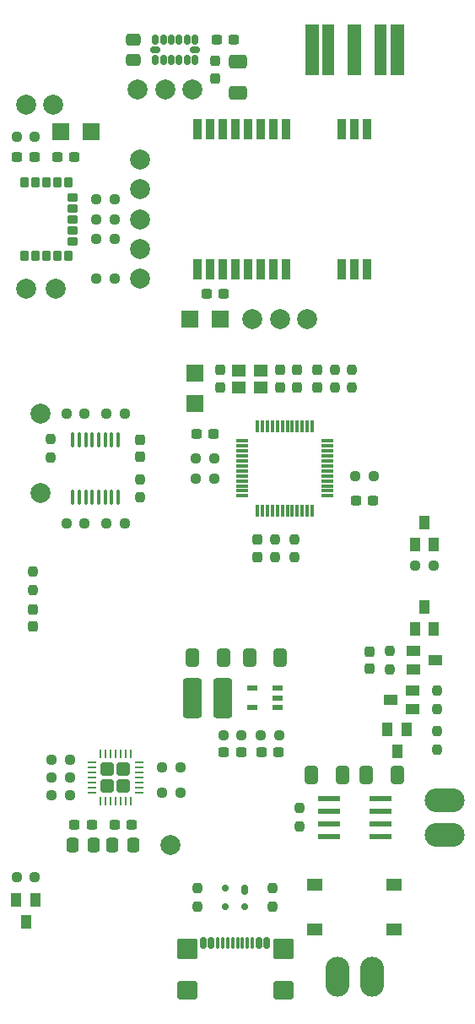
<source format=gbp>
%TF.GenerationSoftware,KiCad,Pcbnew,9.0.4*%
%TF.CreationDate,2026-01-17T12:19:53+01:00*%
%TF.ProjectId,Spoke,53706f6b-652e-46b6-9963-61645f706362,2.1*%
%TF.SameCoordinates,PX5f5e100PY5f5e100*%
%TF.FileFunction,Paste,Bot*%
%TF.FilePolarity,Positive*%
%FSLAX46Y46*%
G04 Gerber Fmt 4.6, Leading zero omitted, Abs format (unit mm)*
G04 Created by KiCad (PCBNEW 9.0.4) date 2026-01-17 12:19:53*
%MOMM*%
%LPD*%
G01*
G04 APERTURE LIST*
G04 Aperture macros list*
%AMRoundRect*
0 Rectangle with rounded corners*
0 $1 Rounding radius*
0 $2 $3 $4 $5 $6 $7 $8 $9 X,Y pos of 4 corners*
0 Add a 4 corners polygon primitive as box body*
4,1,4,$2,$3,$4,$5,$6,$7,$8,$9,$2,$3,0*
0 Add four circle primitives for the rounded corners*
1,1,$1+$1,$2,$3*
1,1,$1+$1,$4,$5*
1,1,$1+$1,$6,$7*
1,1,$1+$1,$8,$9*
0 Add four rect primitives between the rounded corners*
20,1,$1+$1,$2,$3,$4,$5,0*
20,1,$1+$1,$4,$5,$6,$7,0*
20,1,$1+$1,$6,$7,$8,$9,0*
20,1,$1+$1,$8,$9,$2,$3,0*%
G04 Aperture macros list end*
%ADD10R,1.400000X1.000000*%
%ADD11RoundRect,0.237500X0.300000X0.237500X-0.300000X0.237500X-0.300000X-0.237500X0.300000X-0.237500X0*%
%ADD12RoundRect,0.237500X-0.237500X0.300000X-0.237500X-0.300000X0.237500X-0.300000X0.237500X0.300000X0*%
%ADD13RoundRect,0.237500X0.250000X0.237500X-0.250000X0.237500X-0.250000X-0.237500X0.250000X-0.237500X0*%
%ADD14RoundRect,0.237500X0.237500X-0.250000X0.237500X0.250000X-0.237500X0.250000X-0.237500X-0.250000X0*%
%ADD15C,2.000000*%
%ADD16RoundRect,0.250000X-0.337500X-0.475000X0.337500X-0.475000X0.337500X0.475000X-0.337500X0.475000X0*%
%ADD17RoundRect,0.237500X-0.250000X-0.237500X0.250000X-0.237500X0.250000X0.237500X-0.250000X0.237500X0*%
%ADD18R,1.000000X1.400000*%
%ADD19RoundRect,0.250000X0.650000X-0.412500X0.650000X0.412500X-0.650000X0.412500X-0.650000X-0.412500X0*%
%ADD20RoundRect,0.237500X0.237500X-0.300000X0.237500X0.300000X-0.237500X0.300000X-0.237500X-0.300000X0*%
%ADD21RoundRect,0.237500X-0.237500X0.250000X-0.237500X-0.250000X0.237500X-0.250000X0.237500X0.250000X0*%
%ADD22R,0.900000X2.000000*%
%ADD23RoundRect,0.237500X-0.300000X-0.237500X0.300000X-0.237500X0.300000X0.237500X-0.300000X0.237500X0*%
%ADD24RoundRect,0.175000X0.175000X0.325000X-0.175000X0.325000X-0.175000X-0.325000X0.175000X-0.325000X0*%
%ADD25RoundRect,0.150000X0.200000X0.150000X-0.200000X0.150000X-0.200000X-0.150000X0.200000X-0.150000X0*%
%ADD26O,2.400000X4.000000*%
%ADD27RoundRect,0.250000X-0.412500X-0.650000X0.412500X-0.650000X0.412500X0.650000X-0.412500X0.650000X0*%
%ADD28R,1.800000X1.700000*%
%ADD29RoundRect,0.150000X0.150000X-0.325000X0.150000X0.325000X-0.150000X0.325000X-0.150000X-0.325000X0*%
%ADD30RoundRect,0.150000X0.325000X-0.150000X0.325000X0.150000X-0.325000X0.150000X-0.325000X-0.150000X0*%
%ADD31R,1.550000X1.300000*%
%ADD32R,2.200000X0.600000*%
%ADD33R,1.400000X1.200000*%
%ADD34RoundRect,0.250000X-0.475000X0.337500X-0.475000X-0.337500X0.475000X-0.337500X0.475000X0.337500X0*%
%ADD35RoundRect,0.250000X0.412500X0.650000X-0.412500X0.650000X-0.412500X-0.650000X0.412500X-0.650000X0*%
%ADD36R,0.300000X1.200000*%
%ADD37R,1.200000X0.300000*%
%ADD38R,1.400000X5.080000*%
%ADD39R,1.200000X5.080000*%
%ADD40R,1.700000X1.800000*%
%ADD41RoundRect,0.250000X0.415000X-0.415000X0.415000X0.415000X-0.415000X0.415000X-0.415000X-0.415000X0*%
%ADD42RoundRect,0.062500X0.062500X-0.387500X0.062500X0.387500X-0.062500X0.387500X-0.062500X-0.387500X0*%
%ADD43RoundRect,0.062500X0.387500X-0.062500X0.387500X0.062500X-0.387500X0.062500X-0.387500X-0.062500X0*%
%ADD44O,4.000000X2.400000*%
%ADD45RoundRect,0.250000X0.337500X0.475000X-0.337500X0.475000X-0.337500X-0.475000X0.337500X-0.475000X0*%
%ADD46RoundRect,0.126000X0.294000X0.354000X-0.294000X0.354000X-0.294000X-0.354000X0.294000X-0.354000X0*%
%ADD47RoundRect,0.126000X-0.354000X0.294000X-0.354000X-0.294000X0.354000X-0.294000X0.354000X0.294000X0*%
%ADD48RoundRect,0.100000X0.100000X-0.637500X0.100000X0.637500X-0.100000X0.637500X-0.100000X-0.637500X0*%
%ADD49RoundRect,0.150000X0.150000X0.425000X-0.150000X0.425000X-0.150000X-0.425000X0.150000X-0.425000X0*%
%ADD50RoundRect,0.075000X0.075000X0.500000X-0.075000X0.500000X-0.075000X-0.500000X0.075000X-0.500000X0*%
%ADD51RoundRect,0.180000X0.820000X0.720000X-0.820000X0.720000X-0.820000X-0.720000X0.820000X-0.720000X0*%
%ADD52RoundRect,0.200000X0.800000X0.850000X-0.800000X0.850000X-0.800000X-0.850000X0.800000X-0.850000X0*%
%ADD53R,1.100000X0.600000*%
%ADD54RoundRect,0.285000X0.665000X1.715000X-0.665000X1.715000X-0.665000X-1.715000X0.665000X-1.715000X0*%
G04 APERTURE END LIST*
D10*
%TO.C,Q3*%
X17900000Y-15200000D03*
X17900000Y-13300000D03*
X20100000Y-14250000D03*
%TD*%
D11*
%TO.C,C21*%
X-20137500Y36250000D03*
X-21862500Y36250000D03*
%TD*%
D12*
%TO.C,C15*%
X-1500000Y14862500D03*
X-1500000Y13137500D03*
%TD*%
D13*
%TO.C,R24*%
X-12087500Y24000000D03*
X-13912500Y24000000D03*
%TD*%
D11*
%TO.C,C6*%
X-10387500Y-30750000D03*
X-12112500Y-30750000D03*
%TD*%
D14*
%TO.C,R22*%
X6000000Y-3912500D03*
X6000000Y-2087500D03*
%TD*%
D12*
%TO.C,C11*%
X-9500000Y7862500D03*
X-9500000Y6137500D03*
%TD*%
D14*
%TO.C,R13*%
X-9500000Y2087500D03*
X-9500000Y3912500D03*
%TD*%
D15*
%TO.C,TP15*%
X-7000000Y43000000D03*
%TD*%
%TO.C,TP4*%
X-9500000Y24000000D03*
%TD*%
D16*
%TO.C,C2*%
X-16287500Y-32750000D03*
X-14212500Y-32750000D03*
%TD*%
D13*
%TO.C,R35*%
X-15087500Y10500000D03*
X-16912500Y10500000D03*
%TD*%
D17*
%TO.C,R11*%
X-7324500Y-24984000D03*
X-5499500Y-24984000D03*
%TD*%
D18*
%TO.C,Q4*%
X19950000Y-2600000D03*
X18050000Y-2600000D03*
X19000000Y-400000D03*
%TD*%
D19*
%TO.C,C34*%
X250000Y42687500D03*
X250000Y45812500D03*
%TD*%
D11*
%TO.C,C27*%
X-1137500Y22500000D03*
X-2862500Y22500000D03*
%TD*%
D20*
%TO.C,C4*%
X13500000Y-15112500D03*
X13500000Y-13387500D03*
%TD*%
D21*
%TO.C,R4*%
X6500000Y-29087500D03*
X6500000Y-30912500D03*
%TD*%
D15*
%TO.C,TP1*%
X-6500000Y-32750000D03*
%TD*%
D14*
%TO.C,R33*%
X11750000Y13087500D03*
X11750000Y14912500D03*
%TD*%
D15*
%TO.C,TP10*%
X-21000000Y41500000D03*
%TD*%
D22*
%TO.C,A2*%
X13250000Y25000000D03*
X11980000Y25000000D03*
X10710000Y25000000D03*
X5140000Y25000000D03*
X3870000Y25000000D03*
X2600000Y25000000D03*
X1330000Y25000000D03*
X60000Y25000000D03*
X-1210000Y25000000D03*
X-2480000Y25000000D03*
X-3750000Y25000000D03*
X-3750000Y39000000D03*
X-2480000Y39000000D03*
X-1210000Y39000000D03*
X60000Y39000000D03*
X1330000Y39000000D03*
X2600000Y39000000D03*
X3870000Y39000000D03*
X5140000Y39000000D03*
X10710000Y39000000D03*
X11980000Y39000000D03*
X13250000Y39000000D03*
%TD*%
D15*
%TO.C,TP6*%
X-9500000Y33000000D03*
%TD*%
D13*
%TO.C,R28*%
X-12087500Y28000000D03*
X-13912500Y28000000D03*
%TD*%
D23*
%TO.C,C23*%
X-17862500Y36250000D03*
X-16137500Y36250000D03*
%TD*%
D14*
%TO.C,R3*%
X3750000Y-38912500D03*
X3750000Y-37087500D03*
%TD*%
D24*
%TO.C,U1*%
X1000000Y-37250000D03*
D25*
X1000000Y-38950000D03*
X-1000000Y-38950000D03*
X-1000000Y-37050000D03*
%TD*%
D26*
%TO.C,J5*%
X10250000Y-46000000D03*
%TD*%
D15*
%TO.C,TP17*%
X-9750000Y43000000D03*
%TD*%
D20*
%TO.C,C19*%
X4500000Y13137500D03*
X4500000Y14862500D03*
%TD*%
D27*
%TO.C,C5*%
X13187500Y-25750000D03*
X16312500Y-25750000D03*
%TD*%
D28*
%TO.C,C14*%
X-4000000Y11475000D03*
X-4000000Y14525000D03*
%TD*%
D17*
%TO.C,R18*%
X-12912500Y10500000D03*
X-11087500Y10500000D03*
%TD*%
D29*
%TO.C,U7*%
X-4000000Y46000000D03*
X-4800000Y46000000D03*
X-5600000Y46000000D03*
X-6400000Y46000000D03*
X-7200000Y46000000D03*
X-8000000Y46000000D03*
D30*
X-8000000Y47000000D03*
D29*
X-8000000Y48000000D03*
X-7200000Y48000000D03*
X-6400000Y48000000D03*
X-5600000Y48000000D03*
X-4800000Y48000000D03*
X-4000000Y48000000D03*
D30*
X-4000000Y47000000D03*
%TD*%
D14*
%TO.C,R1*%
X-3750000Y-38912500D03*
X-3750000Y-37087500D03*
%TD*%
D15*
%TO.C,TP8*%
X-21000000Y23000000D03*
%TD*%
D18*
%TO.C,Q1*%
X15300000Y-21150000D03*
X17200000Y-21150000D03*
X16250000Y-23350000D03*
%TD*%
%TO.C,Q5*%
X-21950000Y-38300000D03*
X-20050000Y-38300000D03*
X-21000000Y-40500000D03*
%TD*%
D31*
%TO.C,SW5*%
X8020000Y-41250000D03*
X15980000Y-41250000D03*
X8020000Y-36750000D03*
X15980000Y-36750000D03*
%TD*%
D32*
%TO.C,U2*%
X9400000Y-31905000D03*
X9400000Y-30635000D03*
X9400000Y-29365000D03*
X9400000Y-28095000D03*
X14600000Y-28095000D03*
X14600000Y-29365000D03*
X14600000Y-30635000D03*
X14600000Y-31905000D03*
%TD*%
D12*
%TO.C,C35*%
X-2000000Y45862500D03*
X-2000000Y44137500D03*
%TD*%
D13*
%TO.C,R40*%
X-2087500Y4000000D03*
X-3912500Y4000000D03*
%TD*%
D12*
%TO.C,C10*%
X-20250000Y-9137500D03*
X-20250000Y-10862500D03*
%TD*%
D13*
%TO.C,R16*%
X4412500Y-21750000D03*
X2587500Y-21750000D03*
%TD*%
D17*
%TO.C,R36*%
X-12912500Y-500000D03*
X-11087500Y-500000D03*
%TD*%
%TO.C,R12*%
X-7324500Y-27524000D03*
X-5499500Y-27524000D03*
%TD*%
D26*
%TO.C,J6*%
X13750000Y-46000000D03*
%TD*%
D11*
%TO.C,C20*%
X-2137500Y8500000D03*
X-3862500Y8500000D03*
%TD*%
D27*
%TO.C,C8*%
X1437500Y-14000000D03*
X4562500Y-14000000D03*
%TD*%
D13*
%TO.C,R8*%
X-16587500Y-24250000D03*
X-18412500Y-24250000D03*
%TD*%
D10*
%TO.C,Q2*%
X17850000Y-17250000D03*
X17850000Y-19150000D03*
X15650000Y-18200000D03*
%TD*%
D14*
%TO.C,R7*%
X20250000Y-19112500D03*
X20250000Y-17287500D03*
%TD*%
D33*
%TO.C,X1*%
X400000Y14850000D03*
X2600000Y14850000D03*
X2600000Y13150000D03*
X400000Y13150000D03*
%TD*%
D15*
%TO.C,TP14*%
X7250000Y20000000D03*
%TD*%
%TO.C,TP13*%
X-4250000Y43000000D03*
%TD*%
%TO.C,TP9*%
X-9500000Y36000000D03*
%TD*%
D34*
%TO.C,C32*%
X-10250000Y48037500D03*
X-10250000Y45962500D03*
%TD*%
D13*
%TO.C,R17*%
X19912500Y-4750000D03*
X18087500Y-4750000D03*
%TD*%
D23*
%TO.C,C9*%
X2637500Y-23500000D03*
X4362500Y-23500000D03*
%TD*%
D20*
%TO.C,C16*%
X6250000Y13137500D03*
X6250000Y14862500D03*
%TD*%
D35*
%TO.C,C1*%
X10812500Y-25750000D03*
X7687500Y-25750000D03*
%TD*%
D36*
%TO.C,U6*%
X2250000Y9250000D03*
X2750000Y9250000D03*
X3250000Y9250000D03*
X3750000Y9250000D03*
X4250000Y9250000D03*
X4750000Y9250000D03*
X5250000Y9250000D03*
X5750000Y9250000D03*
X6250000Y9250000D03*
X6750000Y9250000D03*
X7250000Y9250000D03*
X7750000Y9250000D03*
D37*
X9250000Y7750000D03*
X9250000Y7250000D03*
X9250000Y6750000D03*
X9250000Y6250000D03*
X9250000Y5750000D03*
X9250000Y5250000D03*
X9250000Y4750000D03*
X9250000Y4250000D03*
X9250000Y3750000D03*
X9250000Y3250000D03*
X9250000Y2750000D03*
X9250000Y2250000D03*
D36*
X7750000Y750000D03*
X7250000Y750000D03*
X6750000Y750000D03*
X6250000Y750000D03*
X5750000Y750000D03*
X5250000Y750000D03*
X4750000Y750000D03*
X4250000Y750000D03*
X3750000Y750000D03*
X3250000Y750000D03*
X2750000Y750000D03*
X2250000Y750000D03*
D37*
X750000Y2250000D03*
X750000Y2750000D03*
X750000Y3250000D03*
X750000Y3750000D03*
X750000Y4250000D03*
X750000Y4750000D03*
X750000Y5250000D03*
X750000Y5750000D03*
X750000Y6250000D03*
X750000Y6750000D03*
X750000Y7250000D03*
X750000Y7750000D03*
%TD*%
D15*
%TO.C,TP12*%
X-18000000Y23000000D03*
%TD*%
%TO.C,TP3*%
X-19500000Y2500000D03*
%TD*%
D21*
%TO.C,R14*%
X-18500000Y7912500D03*
X-18500000Y6087500D03*
%TD*%
D15*
%TO.C,TP7*%
X-9500000Y30000000D03*
%TD*%
D38*
%TO.C,J12*%
X12000000Y47000000D03*
X7750000Y47000000D03*
D39*
X9380000Y47000000D03*
X14620000Y47000000D03*
D38*
X16250000Y47000000D03*
%TD*%
D40*
%TO.C,C26*%
X-1475000Y20000000D03*
X-4525000Y20000000D03*
%TD*%
D17*
%TO.C,R32*%
X-21912500Y38250000D03*
X-20087500Y38250000D03*
%TD*%
D14*
%TO.C,R15*%
X-20250000Y-7162500D03*
X-20250000Y-5337500D03*
%TD*%
D13*
%TO.C,R21*%
X13912500Y4250000D03*
X12087500Y4250000D03*
%TD*%
%TO.C,R6*%
X-16587500Y-26000000D03*
X-18412500Y-26000000D03*
%TD*%
D23*
%TO.C,C36*%
X-1862500Y48000000D03*
X-137500Y48000000D03*
%TD*%
D11*
%TO.C,C12*%
X612500Y-23500000D03*
X-1112500Y-23500000D03*
%TD*%
D35*
%TO.C,C13*%
X-1187500Y-14000000D03*
X-4312500Y-14000000D03*
%TD*%
D15*
%TO.C,TP5*%
X-9500000Y27000000D03*
%TD*%
D17*
%TO.C,R30*%
X-13912500Y32000000D03*
X-12087500Y32000000D03*
%TD*%
D15*
%TO.C,TP18*%
X1750000Y20000000D03*
%TD*%
D21*
%TO.C,R23*%
X4000000Y-2087500D03*
X4000000Y-3912500D03*
%TD*%
D41*
%TO.C,U3*%
X-12810000Y-26810000D03*
X-11190000Y-26810000D03*
X-12810000Y-25190000D03*
X-11190000Y-25190000D03*
D42*
X-10500000Y-28400000D03*
X-11000000Y-28400000D03*
X-11500000Y-28400000D03*
X-12000000Y-28400000D03*
X-12500000Y-28400000D03*
X-13000000Y-28400000D03*
X-13500000Y-28400000D03*
D43*
X-14400000Y-27500000D03*
X-14400000Y-27000000D03*
X-14400000Y-26500000D03*
X-14400000Y-26000000D03*
X-14400000Y-25500000D03*
X-14400000Y-25000000D03*
X-14400000Y-24500000D03*
D42*
X-13500000Y-23600000D03*
X-13000000Y-23600000D03*
X-12500000Y-23600000D03*
X-12000000Y-23600000D03*
X-11500000Y-23600000D03*
X-11000000Y-23600000D03*
X-10500000Y-23600000D03*
D43*
X-9600000Y-24500000D03*
X-9600000Y-25000000D03*
X-9600000Y-25500000D03*
X-9600000Y-26000000D03*
X-9600000Y-26500000D03*
X-9600000Y-27000000D03*
X-9600000Y-27500000D03*
%TD*%
D44*
%TO.C,J2*%
X21000000Y-31750000D03*
%TD*%
D15*
%TO.C,TP11*%
X-18250000Y41500000D03*
%TD*%
D12*
%TO.C,C18*%
X2250000Y-2137500D03*
X2250000Y-3862500D03*
%TD*%
D13*
%TO.C,R25*%
X-20087500Y-36000000D03*
X-21912500Y-36000000D03*
%TD*%
D40*
%TO.C,C25*%
X-17525000Y38750000D03*
X-14475000Y38750000D03*
%TD*%
D15*
%TO.C,TP16*%
X4500000Y20000000D03*
%TD*%
D17*
%TO.C,R20*%
X-1162500Y-21750000D03*
X662500Y-21750000D03*
%TD*%
D14*
%TO.C,R2*%
X20250000Y-23162500D03*
X20250000Y-21337500D03*
%TD*%
D21*
%TO.C,R9*%
X15500000Y-13337500D03*
X15500000Y-15162500D03*
%TD*%
D23*
%TO.C,C3*%
X-16112500Y-30750000D03*
X-14387500Y-30750000D03*
%TD*%
D45*
%TO.C,C7*%
X-10212500Y-32750000D03*
X-12287500Y-32750000D03*
%TD*%
D17*
%TO.C,R5*%
X-18412500Y-27750000D03*
X-16587500Y-27750000D03*
%TD*%
D13*
%TO.C,R19*%
X-15087500Y-500000D03*
X-16912500Y-500000D03*
%TD*%
D44*
%TO.C,J3*%
X21000000Y-28250000D03*
%TD*%
D46*
%TO.C,A1*%
X-21100000Y33700000D03*
X-20000000Y33700000D03*
X-18900000Y33700000D03*
X-17800000Y33700000D03*
X-16700000Y33700000D03*
D47*
X-16300000Y32200000D03*
X-16300000Y31100000D03*
X-16300000Y30000000D03*
X-16300000Y28900000D03*
X-16300000Y27800000D03*
D46*
X-16700000Y26300000D03*
X-17800000Y26300000D03*
X-18900000Y26300000D03*
X-20000000Y26300000D03*
X-21100000Y26300000D03*
%TD*%
D18*
%TO.C,D1*%
X19950000Y-11100000D03*
X18050000Y-11100000D03*
X19000000Y-8900000D03*
%TD*%
D20*
%TO.C,C22*%
X8250000Y13137500D03*
X8250000Y14862500D03*
%TD*%
D48*
%TO.C,U5*%
X-11725000Y2137500D03*
X-12375000Y2137500D03*
X-13025000Y2137500D03*
X-13675000Y2137500D03*
X-14325000Y2137500D03*
X-14975000Y2137500D03*
X-15625000Y2137500D03*
X-16275000Y2137500D03*
X-16275000Y7862500D03*
X-15625000Y7862500D03*
X-14975000Y7862500D03*
X-14325000Y7862500D03*
X-13675000Y7862500D03*
X-13025000Y7862500D03*
X-12375000Y7862500D03*
X-11725000Y7862500D03*
%TD*%
D49*
%TO.C,J4*%
X3200000Y-42620000D03*
X2400000Y-42620000D03*
D50*
X1250000Y-42620000D03*
X250000Y-42620000D03*
X-250000Y-42620000D03*
X-1250000Y-42620000D03*
D49*
X-2400000Y-42620000D03*
X-3200000Y-42620000D03*
D50*
X-1750000Y-42620000D03*
X-750000Y-42620000D03*
X750000Y-42620000D03*
X1750000Y-42620000D03*
D51*
X4820000Y-47375000D03*
D52*
X4820000Y-43195000D03*
D51*
X-4820000Y-47375000D03*
D52*
X-4820000Y-43195000D03*
%TD*%
D15*
%TO.C,TP2*%
X-19500000Y10500000D03*
%TD*%
D21*
%TO.C,R34*%
X10000000Y14912500D03*
X10000000Y13087500D03*
%TD*%
D13*
%TO.C,R41*%
X-2087500Y6000000D03*
X-3912500Y6000000D03*
%TD*%
D53*
%TO.C,U4*%
X4300000Y-17050000D03*
X4300000Y-18000000D03*
X4300000Y-18950000D03*
X1700000Y-18950000D03*
X1700000Y-17050000D03*
%TD*%
D54*
%TO.C,L1*%
X-1200000Y-18000000D03*
X-4300000Y-18000000D03*
%TD*%
D23*
%TO.C,C17*%
X12137500Y1750000D03*
X13862500Y1750000D03*
%TD*%
D13*
%TO.C,R31*%
X-12087500Y30000000D03*
X-13912500Y30000000D03*
%TD*%
M02*

</source>
